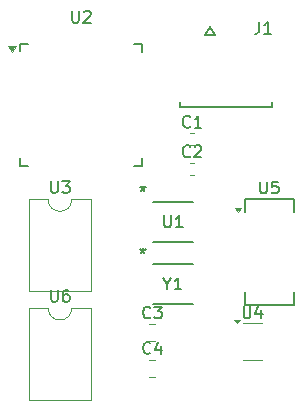
<source format=gbr>
%TF.GenerationSoftware,KiCad,Pcbnew,8.99.0-unknown*%
%TF.CreationDate,2024-04-30T21:24:50-04:00*%
%TF.ProjectId,reflowControl,7265666c-6f77-4436-9f6e-74726f6c2e6b,rev?*%
%TF.SameCoordinates,Original*%
%TF.FileFunction,Legend,Top*%
%TF.FilePolarity,Positive*%
%FSLAX46Y46*%
G04 Gerber Fmt 4.6, Leading zero omitted, Abs format (unit mm)*
G04 Created by KiCad (PCBNEW 8.99.0-unknown) date 2024-04-30 21:24:50*
%MOMM*%
%LPD*%
G01*
G04 APERTURE LIST*
%ADD10C,0.150000*%
%ADD11C,0.152400*%
%ADD12C,0.120000*%
G04 APERTURE END LIST*
D10*
X185758909Y-94579428D02*
X185758909Y-95055619D01*
X185425576Y-94055619D02*
X185758909Y-94579428D01*
X185758909Y-94579428D02*
X186092242Y-94055619D01*
X186949385Y-95055619D02*
X186377957Y-95055619D01*
X186663671Y-95055619D02*
X186663671Y-94055619D01*
X186663671Y-94055619D02*
X186568433Y-94198476D01*
X186568433Y-94198476D02*
X186473195Y-94293714D01*
X186473195Y-94293714D02*
X186377957Y-94341333D01*
X183669700Y-91531219D02*
X183669700Y-91769314D01*
X183431605Y-91674076D02*
X183669700Y-91769314D01*
X183669700Y-91769314D02*
X183907795Y-91674076D01*
X183526843Y-91959790D02*
X183669700Y-91769314D01*
X183669700Y-91769314D02*
X183812557Y-91959790D01*
X183669700Y-91531219D02*
X183669700Y-91769314D01*
X183431605Y-91674076D02*
X183669700Y-91769314D01*
X183669700Y-91769314D02*
X183907795Y-91674076D01*
X183526843Y-91959790D02*
X183669700Y-91769314D01*
X183669700Y-91769314D02*
X183812557Y-91959790D01*
X175900595Y-95099819D02*
X175900595Y-95909342D01*
X175900595Y-95909342D02*
X175948214Y-96004580D01*
X175948214Y-96004580D02*
X175995833Y-96052200D01*
X175995833Y-96052200D02*
X176091071Y-96099819D01*
X176091071Y-96099819D02*
X176281547Y-96099819D01*
X176281547Y-96099819D02*
X176376785Y-96052200D01*
X176376785Y-96052200D02*
X176424404Y-96004580D01*
X176424404Y-96004580D02*
X176472023Y-95909342D01*
X176472023Y-95909342D02*
X176472023Y-95099819D01*
X177376785Y-95099819D02*
X177186309Y-95099819D01*
X177186309Y-95099819D02*
X177091071Y-95147438D01*
X177091071Y-95147438D02*
X177043452Y-95195057D01*
X177043452Y-95195057D02*
X176948214Y-95337914D01*
X176948214Y-95337914D02*
X176900595Y-95528390D01*
X176900595Y-95528390D02*
X176900595Y-95909342D01*
X176900595Y-95909342D02*
X176948214Y-96004580D01*
X176948214Y-96004580D02*
X176995833Y-96052200D01*
X176995833Y-96052200D02*
X177091071Y-96099819D01*
X177091071Y-96099819D02*
X177281547Y-96099819D01*
X177281547Y-96099819D02*
X177376785Y-96052200D01*
X177376785Y-96052200D02*
X177424404Y-96004580D01*
X177424404Y-96004580D02*
X177472023Y-95909342D01*
X177472023Y-95909342D02*
X177472023Y-95671247D01*
X177472023Y-95671247D02*
X177424404Y-95576009D01*
X177424404Y-95576009D02*
X177376785Y-95528390D01*
X177376785Y-95528390D02*
X177281547Y-95480771D01*
X177281547Y-95480771D02*
X177091071Y-95480771D01*
X177091071Y-95480771D02*
X176995833Y-95528390D01*
X176995833Y-95528390D02*
X176948214Y-95576009D01*
X176948214Y-95576009D02*
X176900595Y-95671247D01*
X193600595Y-85929819D02*
X193600595Y-86739342D01*
X193600595Y-86739342D02*
X193648214Y-86834580D01*
X193648214Y-86834580D02*
X193695833Y-86882200D01*
X193695833Y-86882200D02*
X193791071Y-86929819D01*
X193791071Y-86929819D02*
X193981547Y-86929819D01*
X193981547Y-86929819D02*
X194076785Y-86882200D01*
X194076785Y-86882200D02*
X194124404Y-86834580D01*
X194124404Y-86834580D02*
X194172023Y-86739342D01*
X194172023Y-86739342D02*
X194172023Y-85929819D01*
X195124404Y-85929819D02*
X194648214Y-85929819D01*
X194648214Y-85929819D02*
X194600595Y-86406009D01*
X194600595Y-86406009D02*
X194648214Y-86358390D01*
X194648214Y-86358390D02*
X194743452Y-86310771D01*
X194743452Y-86310771D02*
X194981547Y-86310771D01*
X194981547Y-86310771D02*
X195076785Y-86358390D01*
X195076785Y-86358390D02*
X195124404Y-86406009D01*
X195124404Y-86406009D02*
X195172023Y-86501247D01*
X195172023Y-86501247D02*
X195172023Y-86739342D01*
X195172023Y-86739342D02*
X195124404Y-86834580D01*
X195124404Y-86834580D02*
X195076785Y-86882200D01*
X195076785Y-86882200D02*
X194981547Y-86929819D01*
X194981547Y-86929819D02*
X194743452Y-86929819D01*
X194743452Y-86929819D02*
X194648214Y-86882200D01*
X194648214Y-86882200D02*
X194600595Y-86834580D01*
X192200595Y-96504819D02*
X192200595Y-97314342D01*
X192200595Y-97314342D02*
X192248214Y-97409580D01*
X192248214Y-97409580D02*
X192295833Y-97457200D01*
X192295833Y-97457200D02*
X192391071Y-97504819D01*
X192391071Y-97504819D02*
X192581547Y-97504819D01*
X192581547Y-97504819D02*
X192676785Y-97457200D01*
X192676785Y-97457200D02*
X192724404Y-97409580D01*
X192724404Y-97409580D02*
X192772023Y-97314342D01*
X192772023Y-97314342D02*
X192772023Y-96504819D01*
X193676785Y-96838152D02*
X193676785Y-97504819D01*
X193438690Y-96457200D02*
X193200595Y-97171485D01*
X193200595Y-97171485D02*
X193819642Y-97171485D01*
X175900595Y-85899819D02*
X175900595Y-86709342D01*
X175900595Y-86709342D02*
X175948214Y-86804580D01*
X175948214Y-86804580D02*
X175995833Y-86852200D01*
X175995833Y-86852200D02*
X176091071Y-86899819D01*
X176091071Y-86899819D02*
X176281547Y-86899819D01*
X176281547Y-86899819D02*
X176376785Y-86852200D01*
X176376785Y-86852200D02*
X176424404Y-86804580D01*
X176424404Y-86804580D02*
X176472023Y-86709342D01*
X176472023Y-86709342D02*
X176472023Y-85899819D01*
X176852976Y-85899819D02*
X177472023Y-85899819D01*
X177472023Y-85899819D02*
X177138690Y-86280771D01*
X177138690Y-86280771D02*
X177281547Y-86280771D01*
X177281547Y-86280771D02*
X177376785Y-86328390D01*
X177376785Y-86328390D02*
X177424404Y-86376009D01*
X177424404Y-86376009D02*
X177472023Y-86471247D01*
X177472023Y-86471247D02*
X177472023Y-86709342D01*
X177472023Y-86709342D02*
X177424404Y-86804580D01*
X177424404Y-86804580D02*
X177376785Y-86852200D01*
X177376785Y-86852200D02*
X177281547Y-86899819D01*
X177281547Y-86899819D02*
X176995833Y-86899819D01*
X176995833Y-86899819D02*
X176900595Y-86852200D01*
X176900595Y-86852200D02*
X176852976Y-86804580D01*
X177690595Y-71479819D02*
X177690595Y-72289342D01*
X177690595Y-72289342D02*
X177738214Y-72384580D01*
X177738214Y-72384580D02*
X177785833Y-72432200D01*
X177785833Y-72432200D02*
X177881071Y-72479819D01*
X177881071Y-72479819D02*
X178071547Y-72479819D01*
X178071547Y-72479819D02*
X178166785Y-72432200D01*
X178166785Y-72432200D02*
X178214404Y-72384580D01*
X178214404Y-72384580D02*
X178262023Y-72289342D01*
X178262023Y-72289342D02*
X178262023Y-71479819D01*
X178690595Y-71575057D02*
X178738214Y-71527438D01*
X178738214Y-71527438D02*
X178833452Y-71479819D01*
X178833452Y-71479819D02*
X179071547Y-71479819D01*
X179071547Y-71479819D02*
X179166785Y-71527438D01*
X179166785Y-71527438D02*
X179214404Y-71575057D01*
X179214404Y-71575057D02*
X179262023Y-71670295D01*
X179262023Y-71670295D02*
X179262023Y-71765533D01*
X179262023Y-71765533D02*
X179214404Y-71908390D01*
X179214404Y-71908390D02*
X178642976Y-72479819D01*
X178642976Y-72479819D02*
X179262023Y-72479819D01*
X185473195Y-88788419D02*
X185473195Y-89597942D01*
X185473195Y-89597942D02*
X185520814Y-89693180D01*
X185520814Y-89693180D02*
X185568433Y-89740800D01*
X185568433Y-89740800D02*
X185663671Y-89788419D01*
X185663671Y-89788419D02*
X185854147Y-89788419D01*
X185854147Y-89788419D02*
X185949385Y-89740800D01*
X185949385Y-89740800D02*
X185997004Y-89693180D01*
X185997004Y-89693180D02*
X186044623Y-89597942D01*
X186044623Y-89597942D02*
X186044623Y-88788419D01*
X187044623Y-89788419D02*
X186473195Y-89788419D01*
X186758909Y-89788419D02*
X186758909Y-88788419D01*
X186758909Y-88788419D02*
X186663671Y-88931276D01*
X186663671Y-88931276D02*
X186568433Y-89026514D01*
X186568433Y-89026514D02*
X186473195Y-89074133D01*
X183669700Y-86264019D02*
X183669700Y-86502114D01*
X183431605Y-86406876D02*
X183669700Y-86502114D01*
X183669700Y-86502114D02*
X183907795Y-86406876D01*
X183526843Y-86692590D02*
X183669700Y-86502114D01*
X183669700Y-86502114D02*
X183812557Y-86692590D01*
X183669700Y-86264019D02*
X183669700Y-86502114D01*
X183431605Y-86406876D02*
X183669700Y-86502114D01*
X183669700Y-86502114D02*
X183907795Y-86406876D01*
X183526843Y-86692590D02*
X183669700Y-86502114D01*
X183669700Y-86502114D02*
X183812557Y-86692590D01*
X193524166Y-72399819D02*
X193524166Y-73114104D01*
X193524166Y-73114104D02*
X193476547Y-73256961D01*
X193476547Y-73256961D02*
X193381309Y-73352200D01*
X193381309Y-73352200D02*
X193238452Y-73399819D01*
X193238452Y-73399819D02*
X193143214Y-73399819D01*
X194524166Y-73399819D02*
X193952738Y-73399819D01*
X194238452Y-73399819D02*
X194238452Y-72399819D01*
X194238452Y-72399819D02*
X194143214Y-72542676D01*
X194143214Y-72542676D02*
X194047976Y-72637914D01*
X194047976Y-72637914D02*
X193952738Y-72685533D01*
X184315833Y-100424580D02*
X184268214Y-100472200D01*
X184268214Y-100472200D02*
X184125357Y-100519819D01*
X184125357Y-100519819D02*
X184030119Y-100519819D01*
X184030119Y-100519819D02*
X183887262Y-100472200D01*
X183887262Y-100472200D02*
X183792024Y-100376961D01*
X183792024Y-100376961D02*
X183744405Y-100281723D01*
X183744405Y-100281723D02*
X183696786Y-100091247D01*
X183696786Y-100091247D02*
X183696786Y-99948390D01*
X183696786Y-99948390D02*
X183744405Y-99757914D01*
X183744405Y-99757914D02*
X183792024Y-99662676D01*
X183792024Y-99662676D02*
X183887262Y-99567438D01*
X183887262Y-99567438D02*
X184030119Y-99519819D01*
X184030119Y-99519819D02*
X184125357Y-99519819D01*
X184125357Y-99519819D02*
X184268214Y-99567438D01*
X184268214Y-99567438D02*
X184315833Y-99615057D01*
X185172976Y-99853152D02*
X185172976Y-100519819D01*
X184934881Y-99472200D02*
X184696786Y-100186485D01*
X184696786Y-100186485D02*
X185315833Y-100186485D01*
X184315833Y-97414580D02*
X184268214Y-97462200D01*
X184268214Y-97462200D02*
X184125357Y-97509819D01*
X184125357Y-97509819D02*
X184030119Y-97509819D01*
X184030119Y-97509819D02*
X183887262Y-97462200D01*
X183887262Y-97462200D02*
X183792024Y-97366961D01*
X183792024Y-97366961D02*
X183744405Y-97271723D01*
X183744405Y-97271723D02*
X183696786Y-97081247D01*
X183696786Y-97081247D02*
X183696786Y-96938390D01*
X183696786Y-96938390D02*
X183744405Y-96747914D01*
X183744405Y-96747914D02*
X183792024Y-96652676D01*
X183792024Y-96652676D02*
X183887262Y-96557438D01*
X183887262Y-96557438D02*
X184030119Y-96509819D01*
X184030119Y-96509819D02*
X184125357Y-96509819D01*
X184125357Y-96509819D02*
X184268214Y-96557438D01*
X184268214Y-96557438D02*
X184315833Y-96605057D01*
X184649167Y-96509819D02*
X185268214Y-96509819D01*
X185268214Y-96509819D02*
X184934881Y-96890771D01*
X184934881Y-96890771D02*
X185077738Y-96890771D01*
X185077738Y-96890771D02*
X185172976Y-96938390D01*
X185172976Y-96938390D02*
X185220595Y-96986009D01*
X185220595Y-96986009D02*
X185268214Y-97081247D01*
X185268214Y-97081247D02*
X185268214Y-97319342D01*
X185268214Y-97319342D02*
X185220595Y-97414580D01*
X185220595Y-97414580D02*
X185172976Y-97462200D01*
X185172976Y-97462200D02*
X185077738Y-97509819D01*
X185077738Y-97509819D02*
X184792024Y-97509819D01*
X184792024Y-97509819D02*
X184696786Y-97462200D01*
X184696786Y-97462200D02*
X184649167Y-97414580D01*
X187685833Y-83774580D02*
X187638214Y-83822200D01*
X187638214Y-83822200D02*
X187495357Y-83869819D01*
X187495357Y-83869819D02*
X187400119Y-83869819D01*
X187400119Y-83869819D02*
X187257262Y-83822200D01*
X187257262Y-83822200D02*
X187162024Y-83726961D01*
X187162024Y-83726961D02*
X187114405Y-83631723D01*
X187114405Y-83631723D02*
X187066786Y-83441247D01*
X187066786Y-83441247D02*
X187066786Y-83298390D01*
X187066786Y-83298390D02*
X187114405Y-83107914D01*
X187114405Y-83107914D02*
X187162024Y-83012676D01*
X187162024Y-83012676D02*
X187257262Y-82917438D01*
X187257262Y-82917438D02*
X187400119Y-82869819D01*
X187400119Y-82869819D02*
X187495357Y-82869819D01*
X187495357Y-82869819D02*
X187638214Y-82917438D01*
X187638214Y-82917438D02*
X187685833Y-82965057D01*
X188066786Y-82965057D02*
X188114405Y-82917438D01*
X188114405Y-82917438D02*
X188209643Y-82869819D01*
X188209643Y-82869819D02*
X188447738Y-82869819D01*
X188447738Y-82869819D02*
X188542976Y-82917438D01*
X188542976Y-82917438D02*
X188590595Y-82965057D01*
X188590595Y-82965057D02*
X188638214Y-83060295D01*
X188638214Y-83060295D02*
X188638214Y-83155533D01*
X188638214Y-83155533D02*
X188590595Y-83298390D01*
X188590595Y-83298390D02*
X188019167Y-83869819D01*
X188019167Y-83869819D02*
X188638214Y-83869819D01*
X187685833Y-81264580D02*
X187638214Y-81312200D01*
X187638214Y-81312200D02*
X187495357Y-81359819D01*
X187495357Y-81359819D02*
X187400119Y-81359819D01*
X187400119Y-81359819D02*
X187257262Y-81312200D01*
X187257262Y-81312200D02*
X187162024Y-81216961D01*
X187162024Y-81216961D02*
X187114405Y-81121723D01*
X187114405Y-81121723D02*
X187066786Y-80931247D01*
X187066786Y-80931247D02*
X187066786Y-80788390D01*
X187066786Y-80788390D02*
X187114405Y-80597914D01*
X187114405Y-80597914D02*
X187162024Y-80502676D01*
X187162024Y-80502676D02*
X187257262Y-80407438D01*
X187257262Y-80407438D02*
X187400119Y-80359819D01*
X187400119Y-80359819D02*
X187495357Y-80359819D01*
X187495357Y-80359819D02*
X187638214Y-80407438D01*
X187638214Y-80407438D02*
X187685833Y-80455057D01*
X188638214Y-81359819D02*
X188066786Y-81359819D01*
X188352500Y-81359819D02*
X188352500Y-80359819D01*
X188352500Y-80359819D02*
X188257262Y-80502676D01*
X188257262Y-80502676D02*
X188162024Y-80597914D01*
X188162024Y-80597914D02*
X188066786Y-80645533D01*
D11*
%TO.C,Y1*%
X184558700Y-96277200D02*
X187911500Y-96277200D01*
X187911500Y-92924400D02*
X184558700Y-92924400D01*
D12*
%TO.C,U6*%
X174012500Y-96645000D02*
X174012500Y-104385000D01*
X174012500Y-104385000D02*
X179312500Y-104385000D01*
X175662500Y-96645000D02*
X174012500Y-96645000D01*
X179312500Y-96645000D02*
X177662500Y-96645000D01*
X179312500Y-104385000D02*
X179312500Y-96645000D01*
X177662500Y-96645000D02*
G75*
G02*
X175662500Y-96645000I-1000000J0D01*
G01*
D10*
%TO.C,U5*%
X192287500Y-87400000D02*
X196437500Y-87400000D01*
X192287500Y-88510000D02*
X192287500Y-87400000D01*
X192287500Y-96350000D02*
X192287500Y-95240000D01*
X192287500Y-96350000D02*
X196437500Y-96350000D01*
X196437500Y-87400000D02*
X196437500Y-88510000D01*
X196437500Y-96350000D02*
X196437500Y-95240000D01*
D12*
X191725000Y-88510000D02*
X191485000Y-88180000D01*
X191965000Y-88180000D01*
X191725000Y-88510000D01*
G36*
X191725000Y-88510000D02*
G01*
X191485000Y-88180000D01*
X191965000Y-88180000D01*
X191725000Y-88510000D01*
G37*
%TO.C,U4*%
X192962500Y-97890000D02*
X192162500Y-97890000D01*
X192962500Y-97890000D02*
X193762500Y-97890000D01*
X192962500Y-101010000D02*
X192162500Y-101010000D01*
X192962500Y-101010000D02*
X193762500Y-101010000D01*
X191662500Y-97940000D02*
X191422500Y-97610000D01*
X191902500Y-97610000D01*
X191662500Y-97940000D01*
G36*
X191662500Y-97940000D02*
G01*
X191422500Y-97610000D01*
X191902500Y-97610000D01*
X191662500Y-97940000D01*
G37*
%TO.C,U3*%
X174012500Y-87445000D02*
X174012500Y-95185000D01*
X174012500Y-95185000D02*
X179312500Y-95185000D01*
X175662500Y-87445000D02*
X174012500Y-87445000D01*
X179312500Y-87445000D02*
X177662500Y-87445000D01*
X179312500Y-95185000D02*
X179312500Y-87445000D01*
X177662500Y-87445000D02*
G75*
G02*
X175662500Y-87445000I-1000000J0D01*
G01*
D10*
%TO.C,U2*%
X173277500Y-74300000D02*
X173277500Y-74915000D01*
X173277500Y-74300000D02*
X173952500Y-74300000D01*
X173277500Y-84650000D02*
X173277500Y-83975000D01*
X173277500Y-84650000D02*
X173952500Y-84650000D01*
X183627500Y-74300000D02*
X182952500Y-74300000D01*
X183627500Y-74300000D02*
X183627500Y-74975000D01*
X183627500Y-84650000D02*
X182952500Y-84650000D01*
X183627500Y-84650000D02*
X183627500Y-83975000D01*
D12*
X172592500Y-74935000D02*
X172252500Y-74465000D01*
X172932500Y-74465000D01*
X172592500Y-74935000D01*
G36*
X172592500Y-74935000D02*
G01*
X172252500Y-74465000D01*
X172932500Y-74465000D01*
X172592500Y-74935000D01*
G37*
D11*
%TO.C,U1*%
X184558700Y-91010000D02*
X187911500Y-91010000D01*
X187911500Y-87657200D02*
X184558700Y-87657200D01*
D10*
%TO.C,J1*%
X188982500Y-73525000D02*
X189782500Y-73525000D01*
X189782500Y-73525000D02*
X189382500Y-72825000D01*
X189382500Y-72825000D02*
X188982500Y-73525000D01*
X186782500Y-79580000D02*
X186782500Y-79157000D01*
X194582500Y-79580000D02*
X194582500Y-79157000D01*
X194582500Y-79580000D02*
X186782500Y-79580000D01*
D12*
%TO.C,C4*%
X184221248Y-101010000D02*
X184743752Y-101010000D01*
X184221248Y-102480000D02*
X184743752Y-102480000D01*
%TO.C,C3*%
X184221248Y-98000000D02*
X184743752Y-98000000D01*
X184221248Y-99470000D02*
X184743752Y-99470000D01*
%TO.C,C2*%
X187706233Y-84335000D02*
X187998767Y-84335000D01*
X187706233Y-85355000D02*
X187998767Y-85355000D01*
%TO.C,C1*%
X187706233Y-81825000D02*
X187998767Y-81825000D01*
X187706233Y-82845000D02*
X187998767Y-82845000D01*
%TD*%
M02*

</source>
